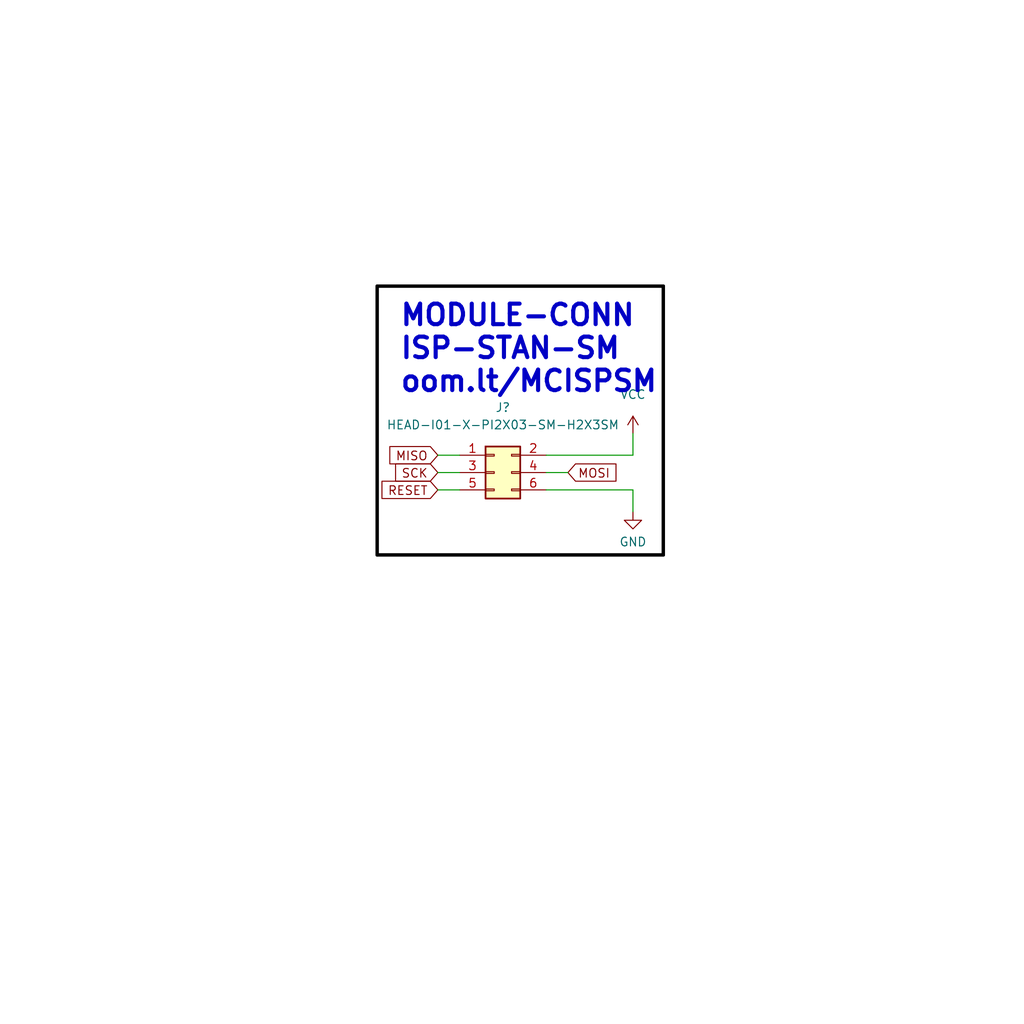
<source format=kicad_sch>
(kicad_sch (version 20211123) (generator eeschema)
  (paper "User" 150.012 150.012)
  (lib_symbols
    (symbol "oomlout_OOMP_parts:HEAD-I01-X-PI2X03-SM-H2X3SM" (pin_names (offset 1.016) hide)
      (property "Reference" "J" (at 1.27 5.08 0))
      (property "Value" "HEAD-I01-X-PI2X03-SM-H2X3SM" (at 1.27 -5.08 0))
      (symbol "HEAD-I01-X-PI2X03-SM-H2X3SM_1_1"
        (rectangle (start -1.27 -2.413) (end 0 -2.667) (stroke (width 0.1524)))
        (rectangle (start -1.27 0.127) (end 0 -0.127) (stroke (width 0.1524)))
        (rectangle (start -1.27 2.667) (end 0 2.413) (stroke (width 0.1524)))
        (rectangle (start -1.27 3.81) (end 3.81 -3.81) (stroke (width 0.254)) (fill (type background)))
        (rectangle (start 3.81 -2.413) (end 2.54 -2.667) (stroke (width 0.1524)))
        (rectangle (start 3.81 0.127) (end 2.54 -0.127) (stroke (width 0.1524)))
        (rectangle (start 3.81 2.667) (end 2.54 2.413) (stroke (width 0.1524)))
        (pin passive line (at -5.08 2.54 0) (length 3.81) (name "Pin_1") (number "1"))
        (pin passive line (at 7.62 2.54 180) (length 3.81) (name "Pin_2") (number "2"))
        (pin passive line (at -5.08 0 0) (length 3.81) (name "Pin_3") (number "3"))
        (pin passive line (at 7.62 0 180) (length 3.81) (name "Pin_4") (number "4"))
        (pin passive line (at -5.08 -2.54 0) (length 3.81) (name "Pin_5") (number "5"))
        (pin passive line (at 7.62 -2.54 180) (length 3.81) (name "Pin_6") (number "6"))
      )
    )
    (symbol "power:GND" (power) (pin_names (offset 0))
      (property "Value" "GND" (at 0 -3.81 0))
      (symbol "GND_0_1"
        (polyline (pts (xy 0 0) (xy 0 -1.27) (xy 1.27 -1.27) (xy 0 -2.54) (xy -1.27 -1.27) (xy 0 -1.27)))
      )
      (symbol "GND_1_1"
        (pin power_in line (at 0 0 270) (length 0) hide (name "GND") (number "1"))
      )
    )
    (symbol "power:VCC" (power) (pin_names (offset 0))
      (property "Value" "VCC" (at 0 3.81 0))
      (symbol "VCC_0_1"
        (polyline (pts (xy -0.762 1.27) (xy 0 2.54)))
        (polyline (pts (xy 0 0) (xy 0 2.54)))
        (polyline (pts (xy 0 2.54) (xy 0.762 1.27)))
      )
      (symbol "VCC_1_1"
        (pin power_in line (at 0 0 90) (length 0) hide (name "VCC") (number "1"))
      )
    )
  )
  (polyline (pts (xy 55.245 81.28) (xy 97.155 81.28)) (stroke (width 0.5) (type solid) (color 0 0 0 1)))
  (wire (pts (xy 80.01 66.675) (xy 92.71 66.675)))
  (wire (pts (xy 64.135 69.215) (xy 67.31 69.215)))
  (polyline (pts (xy 55.245 41.91) (xy 55.245 81.28)) (stroke (width 0.5) (type solid) (color 0 0 0 1)))
  (polyline (pts (xy 97.155 81.28) (xy 97.155 41.91)) (stroke (width 0.5) (type solid) (color 0 0 0 1)))
  (wire (pts (xy 80.01 69.215) (xy 83.185 69.215)))
  (wire (pts (xy 64.135 71.755) (xy 67.31 71.755)))
  (polyline (pts (xy 55.245 41.91) (xy 97.155 41.91)) (stroke (width 0.5) (type solid) (color 0 0 0 1)))
  (wire (pts (xy 92.71 66.675) (xy 92.71 63.5)))
  (wire (pts (xy 64.135 66.675) (xy 67.31 66.675)))
  (wire (pts (xy 92.71 71.755) (xy 80.01 71.755)))
  (wire (pts (xy 92.71 74.93) (xy 92.71 71.755)))
  (text "MODULE-CONN\nISP-STAN-SM\noom.lt/MCISPSM" (at 58.42 57.785 0) (effects (font (size 3 3) (thickness 0.6) bold) (justify left bottom)))
  (global_label "MOSI" (shape input) (at 83.185 69.215 0) (property "Intersheet References" "${INTERSHEET_REFS}" (effects hide)))
  (global_label "SCK" (shape input) (at 64.135 69.215 180) (property "Intersheet References" "${INTERSHEET_REFS}" (effects hide)))
  (global_label "RESET" (shape input) (at 64.135 71.755 180) (property "Intersheet References" "${INTERSHEET_REFS}" (effects hide)))
  (global_label "MISO" (shape input) (at 64.135 66.675 180) (property "Intersheet References" "${INTERSHEET_REFS}" (effects hide)))
  (symbol (lib_id "power:VCC") (at 92.71 63.5 0) (unit 1)
    (property "Reference" "#PWR?" (effects hide))
    (property "Value" "VCC" (at 92.71 57.785 0))
  )
  (symbol (lib_id "oomlout_OOMP_parts:HEAD-I01-X-PI2X03-SM-H2X3SM") (at 72.39 69.215 0) (unit 1)
    (property "Reference" "J?" (at 73.66 59.69 0))
    (property "Value" "HEAD-I01-X-PI2X03-SM-H2X3SM" (at 73.66 62.23 0))
    (property "Footprint" "oomlout_OOMP_parts:HEAD-I01-X-PI2X03-SM-H2X3SM" (effects hide))
    (property "Datasheet" "oom.lt/H2X3SM" (effects hide))
  )
  (symbol (lib_id "power:GND") (at 92.71 74.93 0) (unit 1)
    (property "Reference" "#PWR?" (effects hide))
    (property "Value" "GND" (at 92.71 79.375 0))
  )
)
</source>
